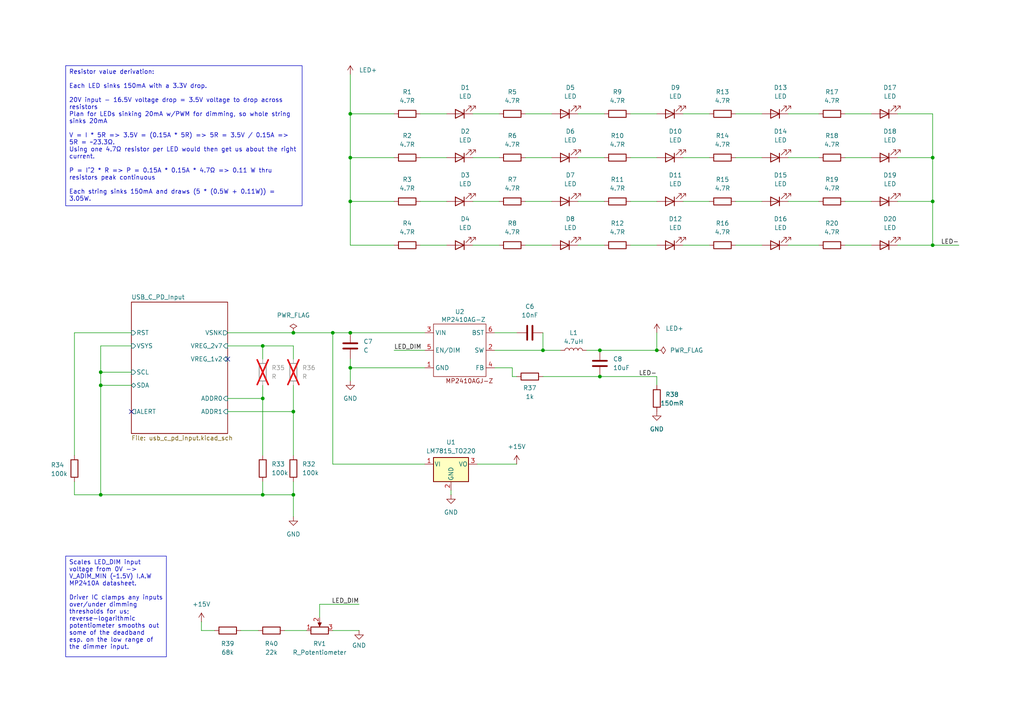
<source format=kicad_sch>
(kicad_sch (version 20231120) (generator "eeschema") (generator_version "8.0")
  (paper "A4")
  (lib_symbols
    (symbol "ASethi_Parts:MP2410AGJ"
      (property "Reference" "U" (at 0 -3.556 0))
      (symbol "MP2410AGJ_0_1"
        (rectangle (start -7.62 -6.35) (end 7.62 -21.59))
      )
      (symbol "MP2410AGJ_1_1"
        (text "MP2410AGJ-Z" (at 2.794 -22.86 0) (effects (font (size 1.27 1.27))))
        (pin power_in line (at -10.16 -19.05 0) (length 2.54) (name "GND") (number "1"))
        (pin output line (at 10.16 -13.97 180) (length 2.54) (name "SW") (number "2"))
        (pin power_in line (at -10.16 -8.89 0) (length 2.54) (name "VIN") (number "3"))
        (pin input line (at 10.16 -19.05 180) (length 2.54) (name "FB") (number "4"))
        (pin input line (at -10.16 -13.97 0) (length 2.54) (name "EN/DIM") (number "5"))
        (pin power_out line (at 10.16 -8.89 180) (length 2.54) (name "BST") (number "6"))
      )
    )
    (symbol "Device:C" (pin_numbers hide) (pin_names (offset 0.254))
      (property "Reference" "C" (at 0.635 2.54 0))
      (property "Value" "C" (at 0.635 -2.54 0))
      (symbol "C_0_1"
        (polyline (pts (xy -2.032 -0.762) (xy 2.032 -0.762)) (stroke (width 0.508)))
        (polyline (pts (xy -2.032 0.762) (xy 2.032 0.762)) (stroke (width 0.508)))
      )
      (symbol "C_1_1"
        (pin passive line (at 0 3.81 270) (length 2.794) (name "~") (number "1"))
        (pin passive line (at 0 -3.81 90) (length 2.794) (name "~") (number "2"))
      )
    )
    (symbol "Device:L" (pin_numbers hide) (pin_names (offset 1.016) hide)
      (property "Reference" "L" (at -1.27 0 90))
      (property "Value" "L" (at 1.905 0 90))
      (symbol "L_0_1"
        (arc (start 0 -2.54) (mid 0.6323 -1.905) (end 0 -1.27))
        (arc (start 0 -1.27) (mid 0.6323 -0.635) (end 0 0))
        (arc (start 0 0) (mid 0.6323 0.635) (end 0 1.27))
        (arc (start 0 1.27) (mid 0.6323 1.905) (end 0 2.54))
      )
      (symbol "L_1_1"
        (pin passive line (at 0 3.81 270) (length 1.27) (name "1") (number "1"))
        (pin passive line (at 0 -3.81 90) (length 1.27) (name "2") (number "2"))
      )
    )
    (symbol "Device:LED" (pin_numbers hide) (pin_names (offset 1.016) hide)
      (property "Reference" "D" (at 0 2.54 0))
      (property "Value" "LED" (at 0 -2.54 0))
      (symbol "LED_0_1"
        (polyline (pts (xy -1.27 -1.27) (xy -1.27 1.27)) (stroke (width 0.254)))
        (polyline (pts (xy -1.27 0) (xy 1.27 0)))
        (polyline (pts (xy 1.27 -1.27) (xy 1.27 1.27) (xy -1.27 0) (xy 1.27 -1.27)) (stroke (width 0.254)))
        (polyline (pts (xy -3.048 -0.762) (xy -4.572 -2.286) (xy -3.81 -2.286) (xy -4.572 -2.286) (xy -4.572 -1.524)))
        (polyline (pts (xy -1.778 -0.762) (xy -3.302 -2.286) (xy -2.54 -2.286) (xy -3.302 -2.286) (xy -3.302 -1.524)))
      )
      (symbol "LED_1_1"
        (pin passive line (at -3.81 0 0) (length 2.54) (name "K") (number "1"))
        (pin passive line (at 3.81 0 180) (length 2.54) (name "A") (number "2"))
      )
    )
    (symbol "Device:R" (pin_numbers hide) (pin_names (offset 0))
      (property "Reference" "R" (at 2.032 0 90))
      (property "Value" "R" (at 0 0 90))
      (symbol "R_0_1"
        (rectangle (start -1.016 -2.54) (end 1.016 2.54) (stroke (width 0.254)))
      )
      (symbol "R_1_1"
        (pin passive line (at 0 3.81 270) (length 1.27) (name "~") (number "1"))
        (pin passive line (at 0 -3.81 90) (length 1.27) (name "~") (number "2"))
      )
    )
    (symbol "Device:R_Potentiometer" (pin_names (offset 1.016) hide)
      (property "Reference" "RV" (at -4.445 0 90))
      (property "Value" "R_Potentiometer" (at -2.54 0 90))
      (symbol "R_Potentiometer_0_1"
        (polyline (pts (xy 2.54 0) (xy 1.524 0)))
        (polyline (pts (xy 1.143 0) (xy 2.286 0.508) (xy 2.286 -0.508) (xy 1.143 0)) (fill (type outline)))
        (rectangle (start 1.016 2.54) (end -1.016 -2.54) (stroke (width 0.254)))
      )
      (symbol "R_Potentiometer_1_1"
        (pin passive line (at 0 3.81 270) (length 1.27) (name "1") (number "1"))
        (pin passive line (at 3.81 0 180) (length 1.27) (name "2") (number "2"))
        (pin passive line (at 0 -3.81 90) (length 1.27) (name "3") (number "3"))
      )
    )
    (symbol "Regulator_Linear:LM7815_TO220" (pin_names (offset 0.254))
      (property "Reference" "U" (at -3.81 3.175 0))
      (property "Value" "LM7815_TO220" (at 0 3.175 0))
      (symbol "LM7815_TO220_0_1"
        (rectangle (start -5.08 1.905) (end 5.08 -5.08) (stroke (width 0.254)) (fill (type background)))
      )
      (symbol "LM7815_TO220_1_1"
        (pin power_in line (at -7.62 0 0) (length 2.54) (name "VI") (number "1"))
        (pin power_in line (at 0 -7.62 90) (length 2.54) (name "GND") (number "2"))
        (pin power_out line (at 7.62 0 180) (length 2.54) (name "VO") (number "3"))
      )
    )
    (symbol "power:+15V" (power) (pin_numbers hide) (pin_names (offset 0) hide)
      (property "Value" "+15V" (at 0 3.556 0))
      (symbol "+15V_0_1"
        (polyline (pts (xy -0.762 1.27) (xy 0 2.54)))
        (polyline (pts (xy 0 0) (xy 0 2.54)))
        (polyline (pts (xy 0 2.54) (xy 0.762 1.27)))
      )
      (symbol "+15V_1_1"
        (pin power_in line (at 0 0 90) (length 0) (name "~") (number "1"))
      )
    )
    (symbol "power:+VSW" (power) (pin_numbers hide) (pin_names (offset 0) hide)
      (property "Value" "+VSW" (at 0 3.556 0))
      (symbol "+VSW_0_1"
        (polyline (pts (xy -0.762 1.27) (xy 0 2.54)))
        (polyline (pts (xy 0 0) (xy 0 2.54)))
        (polyline (pts (xy 0 2.54) (xy 0.762 1.27)))
      )
      (symbol "+VSW_1_1"
        (pin power_in line (at 0 0 90) (length 0) (name "~") (number "1"))
      )
    )
    (symbol "power:GND" (power) (pin_numbers hide) (pin_names (offset 0) hide)
      (property "Value" "GND" (at 0 -3.81 0))
      (symbol "GND_0_1"
        (polyline (pts (xy 0 0) (xy 0 -1.27) (xy 1.27 -1.27) (xy 0 -2.54) (xy -1.27 -1.27) (xy 0 -1.27)))
      )
      (symbol "GND_1_1"
        (pin power_in line (at 0 0 270) (length 0) (name "~") (number "1"))
      )
    )
    (symbol "power:PWR_FLAG" (power) (pin_numbers hide) (pin_names (offset 0) hide)
      (property "Value" "PWR_FLAG" (at 0 3.81 0))
      (symbol "PWR_FLAG_0_0"
        (pin power_out line (at 0 0 90) (length 0) (name "~") (number "1"))
      )
      (symbol "PWR_FLAG_0_1"
        (polyline (pts (xy 0 0) (xy 0 1.27) (xy -1.016 1.905) (xy 0 2.54) (xy 1.016 1.905) (xy 0 1.27)))
      )
    )
  )
  (junction (at 76.2 100.33))
  (junction (at 101.6 58.42))
  (junction (at 29.21 143.51))
  (junction (at 173.99 101.6))
  (junction (at 85.09 119.38))
  (junction (at 96.52 96.52))
  (junction (at 270.51 71.12))
  (junction (at 101.6 106.68))
  (junction (at 101.6 45.72))
  (junction (at 270.51 58.42))
  (junction (at 85.09 96.52))
  (junction (at 270.51 45.72))
  (junction (at 101.6 96.52))
  (junction (at 190.5 101.6))
  (junction (at 76.2 115.57))
  (junction (at 101.6 33.02))
  (junction (at 76.2 143.51))
  (junction (at 173.99 109.22))
  (junction (at 29.21 107.95))
  (junction (at 157.48 101.6))
  (junction (at 85.09 143.51))
  (junction (at 29.21 111.76))
  (no_connect (at 66.04 104.14))
  (no_connect (at 38.1 119.38))
  (wire (pts (xy 198.12 45.72) (xy 205.74 45.72)))
  (wire (pts (xy 101.6 104.14) (xy 101.6 106.68)))
  (wire (pts (xy 198.12 33.02) (xy 205.74 33.02)))
  (wire (pts (xy 173.99 101.6) (xy 190.5 101.6)))
  (wire (pts (xy 167.64 45.72) (xy 175.26 45.72)))
  (wire (pts (xy 101.6 58.42) (xy 101.6 71.12)))
  (wire (pts (xy 69.85 182.88) (xy 74.93 182.88)))
  (wire (pts (xy 213.36 71.12) (xy 220.98 71.12)))
  (wire (pts (xy 260.35 33.02) (xy 270.51 33.02)))
  (wire (pts (xy 101.6 33.02) (xy 101.6 45.72)))
  (wire (pts (xy 137.16 33.02) (xy 144.78 33.02)))
  (wire (pts (xy 182.88 45.72) (xy 190.5 45.72)))
  (wire (pts (xy 245.11 71.12) (xy 252.73 71.12)))
  (wire (pts (xy 213.36 45.72) (xy 220.98 45.72)))
  (wire (pts (xy 228.6 33.02) (xy 237.49 33.02)))
  (wire (pts (xy 130.81 142.24) (xy 130.81 143.51)))
  (wire (pts (xy 38.1 96.52) (xy 21.59 96.52)))
  (wire (pts (xy 143.51 96.52) (xy 149.86 96.52)))
  (wire (pts (xy 152.4 58.42) (xy 160.02 58.42)))
  (wire (pts (xy 85.09 119.38) (xy 85.09 132.08)))
  (wire (pts (xy 143.51 101.6) (xy 157.48 101.6)))
  (wire (pts (xy 76.2 143.51) (xy 76.2 139.7)))
  (wire (pts (xy 101.6 106.68) (xy 123.19 106.68)))
  (wire (pts (xy 58.42 180.34) (xy 58.42 182.88)))
  (wire (pts (xy 167.64 71.12) (xy 175.26 71.12)))
  (wire (pts (xy 173.99 109.22) (xy 190.5 109.22)))
  (wire (pts (xy 76.2 100.33) (xy 85.09 100.33)))
  (wire (pts (xy 96.52 96.52) (xy 101.6 96.52)))
  (wire (pts (xy 270.51 58.42) (xy 270.51 71.12)))
  (wire (pts (xy 245.11 45.72) (xy 252.73 45.72)))
  (wire (pts (xy 76.2 115.57) (xy 76.2 132.08)))
  (wire (pts (xy 76.2 143.51) (xy 85.09 143.51)))
  (wire (pts (xy 170.18 101.6) (xy 173.99 101.6)))
  (wire (pts (xy 96.52 134.62) (xy 123.19 134.62)))
  (wire (pts (xy 85.09 143.51) (xy 85.09 149.86)))
  (wire (pts (xy 182.88 58.42) (xy 190.5 58.42)))
  (wire (pts (xy 92.71 175.26) (xy 92.71 179.07)))
  (wire (pts (xy 148.59 109.22) (xy 149.86 109.22)))
  (wire (pts (xy 167.64 33.02) (xy 175.26 33.02)))
  (wire (pts (xy 270.51 71.12) (xy 278.13 71.12)))
  (wire (pts (xy 82.55 182.88) (xy 88.9 182.88)))
  (wire (pts (xy 190.5 109.22) (xy 190.5 111.76)))
  (wire (pts (xy 101.6 33.02) (xy 114.3 33.02)))
  (wire (pts (xy 270.51 71.12) (xy 260.35 71.12)))
  (wire (pts (xy 76.2 111.76) (xy 76.2 115.57)))
  (wire (pts (xy 270.51 33.02) (xy 270.51 45.72)))
  (wire (pts (xy 198.12 71.12) (xy 205.74 71.12)))
  (wire (pts (xy 114.3 101.6) (xy 123.19 101.6)))
  (wire (pts (xy 58.42 182.88) (xy 62.23 182.88)))
  (wire (pts (xy 260.35 58.42) (xy 270.51 58.42)))
  (wire (pts (xy 228.6 58.42) (xy 237.49 58.42)))
  (wire (pts (xy 21.59 143.51) (xy 29.21 143.51)))
  (wire (pts (xy 148.59 106.68) (xy 143.51 106.68)))
  (wire (pts (xy 228.6 71.12) (xy 237.49 71.12)))
  (wire (pts (xy 137.16 58.42) (xy 144.78 58.42)))
  (wire (pts (xy 85.09 139.7) (xy 85.09 143.51)))
  (wire (pts (xy 157.48 101.6) (xy 162.56 101.6)))
  (wire (pts (xy 152.4 45.72) (xy 160.02 45.72)))
  (wire (pts (xy 270.51 45.72) (xy 260.35 45.72)))
  (wire (pts (xy 121.92 33.02) (xy 129.54 33.02)))
  (wire (pts (xy 182.88 33.02) (xy 190.5 33.02)))
  (wire (pts (xy 101.6 21.59) (xy 101.6 33.02)))
  (wire (pts (xy 21.59 96.52) (xy 21.59 132.08)))
  (wire (pts (xy 29.21 111.76) (xy 29.21 143.51)))
  (wire (pts (xy 96.52 182.88) (xy 104.14 182.88)))
  (wire (pts (xy 29.21 100.33) (xy 38.1 100.33)))
  (wire (pts (xy 66.04 100.33) (xy 76.2 100.33)))
  (wire (pts (xy 66.04 119.38) (xy 85.09 119.38)))
  (wire (pts (xy 29.21 111.76) (xy 38.1 111.76)))
  (wire (pts (xy 29.21 143.51) (xy 76.2 143.51)))
  (wire (pts (xy 182.88 71.12) (xy 190.5 71.12)))
  (wire (pts (xy 245.11 58.42) (xy 252.73 58.42)))
  (wire (pts (xy 101.6 96.52) (xy 123.19 96.52)))
  (wire (pts (xy 101.6 106.68) (xy 101.6 110.49)))
  (wire (pts (xy 157.48 96.52) (xy 157.48 101.6)))
  (wire (pts (xy 96.52 96.52) (xy 96.52 134.62)))
  (wire (pts (xy 92.71 175.26) (xy 104.14 175.26)))
  (wire (pts (xy 228.6 45.72) (xy 237.49 45.72)))
  (wire (pts (xy 29.21 107.95) (xy 29.21 111.76)))
  (wire (pts (xy 152.4 33.02) (xy 160.02 33.02)))
  (wire (pts (xy 213.36 33.02) (xy 220.98 33.02)))
  (wire (pts (xy 101.6 45.72) (xy 101.6 58.42)))
  (wire (pts (xy 85.09 96.52) (xy 96.52 96.52)))
  (wire (pts (xy 85.09 100.33) (xy 85.09 104.14)))
  (wire (pts (xy 148.59 109.22) (xy 148.59 106.68)))
  (wire (pts (xy 121.92 58.42) (xy 129.54 58.42)))
  (wire (pts (xy 121.92 45.72) (xy 129.54 45.72)))
  (wire (pts (xy 101.6 58.42) (xy 114.3 58.42)))
  (wire (pts (xy 245.11 33.02) (xy 252.73 33.02)))
  (wire (pts (xy 101.6 71.12) (xy 114.3 71.12)))
  (wire (pts (xy 198.12 58.42) (xy 205.74 58.42)))
  (wire (pts (xy 167.64 58.42) (xy 175.26 58.42)))
  (wire (pts (xy 137.16 45.72) (xy 144.78 45.72)))
  (wire (pts (xy 270.51 58.42) (xy 270.51 45.72)))
  (wire (pts (xy 190.5 96.52) (xy 190.5 101.6)))
  (wire (pts (xy 101.6 45.72) (xy 114.3 45.72)))
  (wire (pts (xy 85.09 111.76) (xy 85.09 119.38)))
  (wire (pts (xy 38.1 107.95) (xy 29.21 107.95)))
  (wire (pts (xy 137.16 71.12) (xy 144.78 71.12)))
  (wire (pts (xy 152.4 71.12) (xy 160.02 71.12)))
  (wire (pts (xy 66.04 96.52) (xy 85.09 96.52)))
  (wire (pts (xy 213.36 58.42) (xy 220.98 58.42)))
  (wire (pts (xy 157.48 109.22) (xy 173.99 109.22)))
  (wire (pts (xy 76.2 100.33) (xy 76.2 104.14)))
  (wire (pts (xy 138.43 134.62) (xy 149.86 134.62)))
  (wire (pts (xy 121.92 71.12) (xy 129.54 71.12)))
  (wire (pts (xy 21.59 139.7) (xy 21.59 143.51)))
  (wire (pts (xy 76.2 115.57) (xy 66.04 115.57)))
  (wire (pts (xy 29.21 100.33) (xy 29.21 107.95)))
  (text_box "Resistor value derivation:\n\nEach LED sinks 150mA with a 3.3V drop.\n\n20V input - 16.5V voltage drop = 3.5V voltage to drop across resistors\nPlan for LEDs sinking 20mA w/PWM for dimming, so whole string sinks 20mA\n\nV = I * 5R => 3.5V = (0.15A * 5R) => 5R = 3.5V / 0.15A => 5R = ~23.3Ω.\nUsing one 4.7Ω resistor per LED would then get us about the right current.\n\nP = I^2 * R => P = 0.15A * 0.15A * 4.7Ω => 0.11 W thru resistors peak continuous\n\nEach string sinks 150mA and draws (5 * (0.5W + 0.11W)) = 3.05W." (exclude_from_sim yes) (at 19.05 19.05 0) (size 68.58 40.64) (effects (font (size 1.27 1.27)) (justify left top)))
  (text_box "Scales LED_DIM input voltage from 0V -> V_ADIM_MIN (~1.5V) I.A.W MP2410A datasheet.\n\nDriver IC clamps any inputs over/under dimming thresholds for us;\nreverse-logarithmic potentiometer smooths out some of the deadband\nesp. on the low range of the dimmer input." (at 19.05 161.29 0) (size 29.21 29.21) (effects (font (size 1.27 1.27)) (justify left top)))
  (label "LED-" (at 190.5 109.22 180))
  (label "LED_DIM" (at 114.3 101.6 0))
  (label "LED-" (at 278.13 71.12 180))
  (label "LED_DIM" (at 104.14 175.26 180))
  (symbol (lib_id "Device:LED") (at 133.35 33.02 180) (unit 1)
    (property "Reference" "D1" (at 134.9375 25.4 0))
    (property "Value" "LED" (at 134.9375 27.94 0))
    (property "Footprint" "LED_SMD:LED_PLCC_2835_Handsoldering" (effects (hide yes)))
    (property "Description" "Light emitting diode" (effects (hide yes)))
  )
  (symbol (lib_id "power:PWR_FLAG") (at 190.5 101.6 270) (unit 1)
    (property "Reference" "#FLG03" (effects (hide yes)))
    (property "Value" "PWR_FLAG" (at 194.31 101.5999 90) (effects (justify left)))
    (property "Description" "Special symbol for telling ERC where power comes from" (effects (hide yes)))
  )
  (symbol (lib_id "Device:R") (at 148.59 45.72 90) (unit 1)
    (property "Reference" "R6" (at 148.59 39.37 90))
    (property "Value" "4.7R" (at 148.59 41.91 90))
    (property "Footprint" "Resistor_SMD:R_0805_2012Metric_Pad1.20x1.40mm_HandSolder" (effects (hide yes)))
    (property "Description" "Resistor" (effects (hide yes)))
  )
  (symbol (lib_id "power:+15V") (at 58.42 180.34 0) (unit 1)
    (property "Reference" "#PWR017" (effects (hide yes)))
    (property "Value" "+15V" (at 58.42 175.26 0))
    (property "Description" "Power symbol creates a global label with name \"+15V\"" (effects (hide yes)))
  )
  (symbol (lib_id "Device:R") (at 148.59 71.12 90) (unit 1)
    (property "Reference" "R8" (at 148.59 64.77 90))
    (property "Value" "4.7R" (at 148.59 67.31 90))
    (property "Footprint" "Resistor_SMD:R_0805_2012Metric_Pad1.20x1.40mm_HandSolder" (effects (hide yes)))
    (property "Description" "Resistor" (effects (hide yes)))
  )
  (symbol (lib_id "power:GND") (at 104.14 182.88 0) (unit 1)
    (property "Reference" "#PWR018" (effects (hide yes)))
    (property "Value" "GND" (at 104.14 187.198 0))
    (property "Description" "Power symbol creates a global label with name \"GND\" , ground" (effects (hide yes)))
  )
  (symbol (lib_id "Device:LED") (at 163.83 58.42 180) (unit 1)
    (property "Reference" "D7" (at 165.4175 50.8 0))
    (property "Value" "LED" (at 165.4175 53.34 0))
    (property "Footprint" "LED_SMD:LED_PLCC_2835_Handsoldering" (effects (hide yes)))
    (property "Description" "Light emitting diode" (effects (hide yes)))
  )
  (symbol (lib_id "Device:R") (at 118.11 71.12 90) (unit 1)
    (property "Reference" "R4" (at 118.11 64.77 90))
    (property "Value" "4.7R" (at 118.11 67.31 90))
    (property "Footprint" "Resistor_SMD:R_0805_2012Metric_Pad1.20x1.40mm_HandSolder" (effects (hide yes)))
    (property "Description" "Resistor" (effects (hide yes)))
  )
  (symbol (lib_id "Device:R") (at 118.11 45.72 90) (unit 1)
    (property "Reference" "R2" (at 118.11 39.37 90))
    (property "Value" "4.7R" (at 118.11 41.91 90))
    (property "Footprint" "Resistor_SMD:R_0805_2012Metric_Pad1.20x1.40mm_HandSolder" (effects (hide yes)))
    (property "Description" "Resistor" (effects (hide yes)))
  )
  (symbol (lib_id "Device:LED") (at 224.79 33.02 180) (unit 1)
    (property "Reference" "D13" (at 226.3775 25.4 0))
    (property "Value" "LED" (at 226.3775 27.94 0))
    (property "Footprint" "LED_SMD:LED_PLCC_2835_Handsoldering" (effects (hide yes)))
    (property "Description" "Light emitting diode" (effects (hide yes)))
  )
  (symbol (lib_id "Device:R") (at 179.07 45.72 90) (unit 1)
    (property "Reference" "R10" (at 179.07 39.37 90))
    (property "Value" "4.7R" (at 179.07 41.91 90))
    (property "Footprint" "Resistor_SMD:R_0805_2012Metric_Pad1.20x1.40mm_HandSolder" (effects (hide yes)))
    (property "Description" "Resistor" (effects (hide yes)))
  )
  (symbol (lib_id "Device:LED") (at 133.35 71.12 180) (unit 1)
    (property "Reference" "D4" (at 134.9375 63.5 0))
    (property "Value" "LED" (at 134.9375 66.04 0))
    (property "Footprint" "LED_SMD:LED_PLCC_2835_Handsoldering" (effects (hide yes)))
    (property "Description" "Light emitting diode" (effects (hide yes)))
  )
  (symbol (lib_id "Device:LED") (at 256.54 45.72 180) (unit 1)
    (property "Reference" "D18" (at 258.1275 38.1 0))
    (property "Value" "LED" (at 258.1275 40.64 0))
    (property "Footprint" "LED_SMD:LED_PLCC_2835_Handsoldering" (effects (hide yes)))
    (property "Description" "Light emitting diode" (effects (hide yes)))
  )
  (symbol (lib_id "Device:LED") (at 163.83 71.12 180) (unit 1)
    (property "Reference" "D8" (at 165.4175 63.5 0))
    (property "Value" "LED" (at 165.4175 66.04 0))
    (property "Footprint" "LED_SMD:LED_PLCC_2835_Handsoldering" (effects (hide yes)))
    (property "Description" "Light emitting diode" (effects (hide yes)))
  )
  (symbol (lib_id "Device:LED") (at 224.79 71.12 180) (unit 1)
    (property "Reference" "D16" (at 226.3775 63.5 0))
    (property "Value" "LED" (at 226.3775 66.04 0))
    (property "Footprint" "LED_SMD:LED_PLCC_2835_Handsoldering" (effects (hide yes)))
    (property "Description" "Light emitting diode" (effects (hide yes)))
  )
  (symbol (lib_id "Device:R") (at 241.3 33.02 90) (unit 1)
    (property "Reference" "R17" (at 241.3 26.67 90))
    (property "Value" "4.7R" (at 241.3 29.21 90))
    (property "Footprint" "Resistor_SMD:R_0805_2012Metric_Pad1.20x1.40mm_HandSolder" (effects (hide yes)))
    (property "Description" "Resistor" (effects (hide yes)))
  )
  (symbol (lib_id "Device:R") (at 78.74 182.88 90) (unit 1)
    (property "Reference" "R40" (at 78.74 186.69 90))
    (property "Value" "22k" (at 78.74 189.23 90))
    (property "Footprint" "Resistor_SMD:R_0805_2012Metric_Pad1.20x1.40mm_HandSolder" (effects (hide yes)))
    (property "Description" "Resistor" (effects (hide yes)))
  )
  (symbol (lib_id "Device:R") (at 241.3 71.12 90) (unit 1)
    (property "Reference" "R20" (at 241.3 64.77 90))
    (property "Value" "4.7R" (at 241.3 67.31 90))
    (property "Footprint" "Resistor_SMD:R_0805_2012Metric_Pad1.20x1.40mm_HandSolder" (effects (hide yes)))
    (property "Description" "Resistor" (effects (hide yes)))
  )
  (symbol (lib_id "power:+VSW") (at 190.5 96.52 0) (unit 1)
    (property "Reference" "#PWR013" (effects (hide yes)))
    (property "Value" "LED+" (at 193.04 95.2499 0) (effects (justify left)))
    (property "Description" "Power symbol creates a global label with name \"+VSW\"" (effects (hide yes)))
  )
  (symbol (lib_id "Device:R") (at 209.55 45.72 90) (unit 1)
    (property "Reference" "R14" (at 209.55 39.37 90))
    (property "Value" "4.7R" (at 209.55 41.91 90))
    (property "Footprint" "Resistor_SMD:R_0805_2012Metric_Pad1.20x1.40mm_HandSolder" (effects (hide yes)))
    (property "Description" "Resistor" (effects (hide yes)))
  )
  (symbol (lib_id "Device:R") (at 76.2 135.89 0) (unit 1)
    (property "Reference" "R33" (at 78.74 134.6199 0) (effects (justify left)))
    (property "Value" "100k" (at 78.74 137.1599 0) (effects (justify left)))
    (property "Footprint" "Resistor_SMD:R_0805_2012Metric_Pad1.20x1.40mm_HandSolder" (effects (hide yes)))
    (property "Description" "Resistor" (effects (hide yes)))
  )
  (symbol (lib_id "Device:C") (at 153.67 96.52 90) (unit 1)
    (property "Reference" "C6" (at 153.67 88.9 90))
    (property "Value" "10nF" (at 153.67 91.44 90))
    (property "Footprint" "Capacitor_SMD:C_0805_2012Metric_Pad1.18x1.45mm_HandSolder" (effects (hide yes)))
    (property "Description" "Unpolarized capacitor" (effects (hide yes)))
  )
  (symbol (lib_id "Device:R") (at 241.3 58.42 90) (unit 1)
    (property "Reference" "R19" (at 241.3 52.07 90))
    (property "Value" "4.7R" (at 241.3 54.61 90))
    (property "Footprint" "Resistor_SMD:R_0805_2012Metric_Pad1.20x1.40mm_HandSolder" (effects (hide yes)))
    (property "Description" "Resistor" (effects (hide yes)))
  )
  (symbol (lib_id "Device:C") (at 101.6 100.33 180) (unit 1)
    (property "Reference" "C7" (at 105.41 99.0599 0) (effects (justify right)))
    (property "Value" "C" (at 105.41 101.5999 0) (effects (justify right)))
    (property "Footprint" "Capacitor_SMD:C_0805_2012Metric_Pad1.18x1.45mm_HandSolder" (effects (hide yes)))
    (property "Description" "Unpolarized capacitor" (effects (hide yes)))
  )
  (symbol (lib_id "Device:R") (at 85.09 135.89 0) (unit 1)
    (property "Reference" "R32" (at 87.63 134.6199 0) (effects (justify left)))
    (property "Value" "100k" (at 87.63 137.1599 0) (effects (justify left)))
    (property "Footprint" "Resistor_SMD:R_0805_2012Metric_Pad1.20x1.40mm_HandSolder" (effects (hide yes)))
    (property "Description" "Resistor" (effects (hide yes)))
  )
  (symbol (lib_id "Device:R_Potentiometer") (at 92.71 182.88 90) (unit 1)
    (property "Reference" "RV1" (at 92.71 186.69 90))
    (property "Value" "R_Potentiometer" (at 92.71 189.23 90))
    (property "Footprint" "ASethi_Footprints:PDB181_K420F_103C" (effects (hide yes)))
    (property "Description" "Potentiometer" (effects (hide yes)))
    (property "Mfr. Name" "Bourns" (effects (hide yes)))
    (property "Mfr. Part Number" "PDB181-K420F-103C" (effects (hide yes)))
  )
  (symbol (lib_id "Device:LED") (at 224.79 58.42 180) (unit 1)
    (property "Reference" "D15" (at 226.3775 50.8 0))
    (property "Value" "LED" (at 226.3775 53.34 0))
    (property "Footprint" "LED_SMD:LED_PLCC_2835_Handsoldering" (effects (hide yes)))
    (property "Description" "Light emitting diode" (effects (hide yes)))
  )
  (symbol (lib_id "Device:R") (at 66.04 182.88 90) (unit 1)
    (property "Reference" "R39" (at 66.04 186.69 90))
    (property "Value" "68k" (at 66.04 189.23 90))
    (property "Footprint" "Resistor_SMD:R_0805_2012Metric_Pad1.20x1.40mm_HandSolder" (effects (hide yes)))
    (property "Description" "Resistor" (effects (hide yes)))
  )
  (symbol (lib_id "Device:R") (at 209.55 33.02 90) (unit 1)
    (property "Reference" "R13" (at 209.55 26.67 90))
    (property "Value" "4.7R" (at 209.55 29.21 90))
    (property "Footprint" "Resistor_SMD:R_0805_2012Metric_Pad1.20x1.40mm_HandSolder" (effects (hide yes)))
    (property "Description" "Resistor" (effects (hide yes)))
  )
  (symbol (lib_id "Device:R") (at 118.11 33.02 90) (unit 1)
    (property "Reference" "R1" (at 118.11 26.67 90))
    (property "Value" "4.7R" (at 118.11 29.21 90))
    (property "Footprint" "Resistor_SMD:R_0805_2012Metric_Pad1.20x1.40mm_HandSolder" (effects (hide yes)))
    (property "Description" "Resistor" (effects (hide yes)))
  )
  (symbol (lib_id "power:GND") (at 130.81 143.51 0) (unit 1)
    (property "Reference" "#PWR015" (effects (hide yes)))
    (property "Value" "GND" (at 130.81 148.59 0))
    (property "Description" "Power symbol creates a global label with name \"GND\" , ground" (effects (hide yes)))
  )
  (symbol (lib_id "Device:LED") (at 194.31 58.42 180) (unit 1)
    (property "Reference" "D11" (at 195.8975 50.8 0))
    (property "Value" "LED" (at 195.8975 53.34 0))
    (property "Footprint" "LED_SMD:LED_PLCC_2835_Handsoldering" (effects (hide yes)))
    (property "Description" "Light emitting diode" (effects (hide yes)))
  )
  (symbol (lib_id "Device:LED") (at 256.54 33.02 180) (unit 1)
    (property "Reference" "D17" (at 258.1275 25.4 0))
    (property "Value" "LED" (at 258.1275 27.94 0))
    (property "Footprint" "LED_SMD:LED_PLCC_2835_Handsoldering" (effects (hide yes)))
    (property "Description" "Light emitting diode" (effects (hide yes)))
  )
  (symbol (lib_id "power:+VSW") (at 101.6 21.59 0) (unit 1)
    (property "Reference" "#PWR014" (effects (hide yes)))
    (property "Value" "LED+" (at 104.14 20.3199 0) (effects (justify left)))
    (property "Description" "Power symbol creates a global label with name \"+VSW\"" (effects (hide yes)))
  )
  (symbol (lib_id "Device:R") (at 21.59 135.89 0) (unit 1)
    (property "Reference" "R34" (at 14.732 134.874 0) (effects (justify left)))
    (property "Value" "100k" (at 14.732 137.414 0) (effects (justify left)))
    (property "Footprint" "Resistor_SMD:R_0805_2012Metric_Pad1.20x1.40mm_HandSolder" (effects (hide yes)))
    (property "Description" "Resistor" (effects (hide yes)))
  )
  (symbol (lib_id "Device:R") (at 179.07 71.12 90) (unit 1)
    (property "Reference" "R12" (at 179.07 64.77 90))
    (property "Value" "4.7R" (at 179.07 67.31 90))
    (property "Footprint" "Resistor_SMD:R_0805_2012Metric_Pad1.20x1.40mm_HandSolder" (effects (hide yes)))
    (property "Description" "Resistor" (effects (hide yes)))
  )
  (symbol (lib_id "Device:R") (at 85.09 107.95 0) (unit 1) (dnp yes)
    (property "Reference" "R36" (at 87.63 106.6799 0) (effects (justify left)))
    (property "Value" "R" (at 87.63 109.2199 0) (effects (justify left)))
    (property "Footprint" "Resistor_SMD:R_0805_2012Metric_Pad1.20x1.40mm_HandSolder" (effects (hide yes)))
    (property "Description" "Resistor" (effects (hide yes)))
  )
  (symbol (lib_id "Device:LED") (at 224.79 45.72 180) (unit 1)
    (property "Reference" "D14" (at 226.3775 38.1 0))
    (property "Value" "LED" (at 226.3775 40.64 0))
    (property "Footprint" "LED_SMD:LED_PLCC_2835_Handsoldering" (effects (hide yes)))
    (property "Description" "Light emitting diode" (effects (hide yes)))
  )
  (symbol (lib_id "Device:LED") (at 133.35 45.72 180) (unit 1)
    (property "Reference" "D2" (at 134.9375 38.1 0))
    (property "Value" "LED" (at 134.9375 40.64 0))
    (property "Footprint" "LED_SMD:LED_PLCC_2835_Handsoldering" (effects (hide yes)))
    (property "Description" "Light emitting diode" (effects (hide yes)))
  )
  (symbol (lib_id "Device:R") (at 179.07 58.42 90) (unit 1)
    (property "Reference" "R11" (at 179.07 52.07 90))
    (property "Value" "4.7R" (at 179.07 54.61 90))
    (property "Footprint" "Resistor_SMD:R_0805_2012Metric_Pad1.20x1.40mm_HandSolder" (effects (hide yes)))
    (property "Description" "Resistor" (effects (hide yes)))
  )
  (symbol (lib_id "power:GND") (at 190.5 119.38 0) (unit 1)
    (property "Reference" "#PWR019" (effects (hide yes)))
    (property "Value" "GND" (at 190.5 124.46 0))
    (property "Description" "Power symbol creates a global label with name \"GND\" , ground" (effects (hide yes)))
  )
  (symbol (lib_id "Device:LED") (at 194.31 33.02 180) (unit 1)
    (property "Reference" "D9" (at 195.8975 25.4 0))
    (property "Value" "LED" (at 195.8975 27.94 0))
    (property "Footprint" "LED_SMD:LED_PLCC_2835_Handsoldering" (effects (hide yes)))
    (property "Description" "Light emitting diode" (effects (hide yes)))
  )
  (symbol (lib_id "Device:LED") (at 194.31 45.72 180) (unit 1)
    (property "Reference" "D10" (at 195.8975 38.1 0))
    (property "Value" "LED" (at 195.8975 40.64 0))
    (property "Footprint" "LED_SMD:LED_PLCC_2835_Handsoldering" (effects (hide yes)))
    (property "Description" "Light emitting diode" (effects (hide yes)))
  )
  (symbol (lib_id "Device:LED") (at 163.83 45.72 180) (unit 1)
    (property "Reference" "D6" (at 165.4175 38.1 0))
    (property "Value" "LED" (at 165.4175 40.64 0))
    (property "Footprint" "LED_SMD:LED_PLCC_2835_Handsoldering" (effects (hide yes)))
    (property "Description" "Light emitting diode" (effects (hide yes)))
  )
  (symbol (lib_id "Device:R") (at 76.2 107.95 0) (unit 1) (dnp yes)
    (property "Reference" "R35" (at 78.74 106.6799 0) (effects (justify left)))
    (property "Value" "R" (at 78.74 109.2199 0) (effects (justify left)))
    (property "Footprint" "Resistor_SMD:R_0805_2012Metric_Pad1.20x1.40mm_HandSolder" (effects (hide yes)))
    (property "Description" "Resistor" (effects (hide yes)))
  )
  (symbol (lib_id "Device:R") (at 209.55 71.12 90) (unit 1)
    (property "Reference" "R16" (at 209.55 64.77 90))
    (property "Value" "4.7R" (at 209.55 67.31 90))
    (property "Footprint" "Resistor_SMD:R_0805_2012Metric_Pad1.20x1.40mm_HandSolder" (effects (hide yes)))
    (property "Description" "Resistor" (effects (hide yes)))
  )
  (symbol (lib_id "power:PWR_FLAG") (at 85.09 96.52 0) (unit 1)
    (property "Reference" "#FLG04" (effects (hide yes)))
    (property "Value" "PWR_FLAG" (at 85.09 91.44 0))
    (property "Description" "Special symbol for telling ERC where power comes from" (effects (hide yes)))
  )
  (symbol (lib_id "power:+15V") (at 149.86 134.62 0) (unit 1)
    (property "Reference" "#PWR016" (effects (hide yes)))
    (property "Value" "+15V" (at 149.86 129.54 0))
    (property "Description" "Power symbol creates a global label with name \"+15V\"" (effects (hide yes)))
  )
  (symbol (lib_id "Regulator_Linear:LM7815_TO220") (at 130.81 134.62 0) (unit 1)
    (property "Reference" "U1" (at 130.81 128.27 0))
    (property "Value" "LM7815_TO220" (at 130.81 130.81 0))
    (property "Footprint" "Package_TO_SOT_THT:TO-220-3_Vertical" (effects (hide yes)))
    (property "Datasheet" "https://www.onsemi.cn/PowerSolutions/document/MC7800-D.PDF" (effects (hide yes)))
    (property "Description" "Positive 1A 35V Linear Regulator, Fixed Output 15V, TO-220" (effects (hide yes)))
  )
  (symbol (lib_id "Device:LED") (at 163.83 33.02 180) (unit 1)
    (property "Reference" "D5" (at 165.4175 25.4 0))
    (property "Value" "LED" (at 165.4175 27.94 0))
    (property "Footprint" "LED_SMD:LED_PLCC_2835_Handsoldering" (effects (hide yes)))
    (property "Description" "Light emitting diode" (effects (hide yes)))
  )
  (symbol (lib_id "Device:R") (at 209.55 58.42 90) (unit 1)
    (property "Reference" "R15" (at 209.55 52.07 90))
    (property "Value" "4.7R" (at 209.55 54.61 90))
    (property "Footprint" "Resistor_SMD:R_0805_2012Metric_Pad1.20x1.40mm_HandSolder" (effects (hide yes)))
    (property "Description" "Resistor" (effects (hide yes)))
  )
  (symbol (lib_id "power:GND") (at 85.09 149.86 0) (unit 1)
    (property "Reference" "#PWR011" (effects (hide yes)))
    (property "Value" "GND" (at 85.09 154.94 0))
    (property "Description" "Power symbol creates a global label with name \"GND\" , ground" (effects (hide yes)))
  )
  (symbol (lib_id "Device:L") (at 166.37 101.6 90) (unit 1)
    (property "Reference" "L1" (at 166.37 96.52 90))
    (property "Value" "4.7uH" (at 166.37 99.06 90))
    (property "Footprint" "Inductor_SMD:L_0805_2012Metric_Pad1.15x1.40mm_HandSolder" (effects (hide yes)))
    (property "Description" "Inductor" (effects (hide yes)))
  )
  (symbol (lib_id "ASethi_Parts:MP2410AGJ") (at 133.35 87.63 0) (unit 1)
    (property "Reference" "U2" (at 133.35 90.424 0))
    (property "Value" "MP2410AG-Z" (at 134.4095 92.71 0))
    (property "Footprint" "Package_TO_SOT_SMD:TSOT-23-6_HandSoldering" (effects (hide yes)))
    (property "Datasheet" "https://www.monolithicpower.com/en/documentview/productdocument/index/version/2/document_type/Datasheet/lang/EN/sku/MP2410A/document_id/2081/" (effects (hide yes)))
    (property "Description" "LED Driver IC 1 Output DC DC Regulator Step-Down (Buck) Analog, PWM Dimming 2A TSOT-23-6" (effects (hide yes)))
  )
  (symbol (lib_id "Device:LED") (at 256.54 58.42 180) (unit 1)
    (property "Reference" "D19" (at 258.1275 50.8 0))
    (property "Value" "LED" (at 258.1275 53.34 0))
    (property "Footprint" "LED_SMD:LED_PLCC_2835_Handsoldering" (effects (hide yes)))
    (property "Description" "Light emitting diode" (effects (hide yes)))
  )
  (symbol (lib_id "power:GND") (at 101.6 110.49 0) (unit 1)
    (property "Reference" "#PWR010" (effects (hide yes)))
    (property "Value" "GND" (at 101.6 115.57 0))
    (property "Description" "Power symbol creates a global label with name \"GND\" , ground" (effects (hide yes)))
  )
  (symbol (lib_id "Device:R") (at 153.67 109.22 270) (unit 1)
    (property "Reference" "R37" (at 153.67 112.522 90))
    (property "Value" "1k" (at 153.67 115.062 90))
    (property "Footprint" "Resistor_SMD:R_0805_2012Metric_Pad1.20x1.40mm_HandSolder" (effects (hide yes)))
    (property "Description" "Resistor" (effects (hide yes)))
  )
  (symbol (lib_id "Device:C") (at 173.99 105.41 180) (unit 1)
    (property "Reference" "C8" (at 177.8 104.1399 0) (effects (justify right)))
    (property "Value" "10uF" (at 177.8 106.6799 0) (effects (justify right)))
    (property "Footprint" "Capacitor_SMD:C_0805_2012Metric_Pad1.18x1.45mm_HandSolder" (effects (hide yes)))
    (property "Description" "Unpolarized capacitor" (effects (hide yes)))
    (property "Mfr. Part Number" "0805W106K500CC" (effects (hide yes)))
    (property "Mfr. Name" "Aillen 0805W106K500CC" (effects (hide yes)))
  )
  (symbol (lib_id "Device:R") (at 148.59 33.02 90) (unit 1)
    (property "Reference" "R5" (at 148.59 26.67 90))
    (property "Value" "4.7R" (at 148.59 29.21 90))
    (property "Footprint" "Resistor_SMD:R_0805_2012Metric_Pad1.20x1.40mm_HandSolder" (effects (hide yes)))
    (property "Description" "Resistor" (effects (hide yes)))
  )
  (symbol (lib_id "Device:LED") (at 194.31 71.12 180) (unit 1)
    (property "Reference" "D12" (at 195.8975 63.5 0))
    (property "Value" "LED" (at 195.8975 66.04 0))
    (property "Footprint" "LED_SMD:LED_PLCC_2835_Handsoldering" (effects (hide yes)))
    (property "Description" "Light emitting diode" (effects (hide yes)))
  )
  (symbol (lib_id "Device:LED") (at 256.54 71.12 180) (unit 1)
    (property "Reference" "D20" (at 258.1275 63.5 0))
    (property "Value" "LED" (at 258.1275 66.04 0))
    (property "Footprint" "LED_SMD:LED_PLCC_2835_Handsoldering" (effects (hide yes)))
    (property "Description" "Light emitting diode" (effects (hide yes)))
  )
  (symbol (lib_id "Device:R") (at 179.07 33.02 90) (unit 1)
    (property "Reference" "R9" (at 179.07 26.67 90))
    (property "Value" "4.7R" (at 179.07 29.21 90))
    (property "Footprint" "Resistor_SMD:R_0805_2012Metric_Pad1.20x1.40mm_HandSolder" (effects (hide yes)))
    (property "Description" "Resistor" (effects (hide yes)))
  )
  (symbol (lib_id "Device:R") (at 241.3 45.72 90) (unit 1)
    (property "Reference" "R18" (at 241.3 39.37 90))
    (property "Value" "4.7R" (at 241.3 41.91 90))
    (property "Footprint" "Resistor_SMD:R_0805_2012Metric_Pad1.20x1.40mm_HandSolder" (effects (hide yes)))
    (property "Description" "Resistor" (effects (hide yes)))
  )
  (symbol (lib_id "Device:R") (at 148.59 58.42 90) (unit 1)
    (property "Reference" "R7" (at 148.59 52.07 90))
    (property "Value" "4.7R" (at 148.59 54.61 90))
    (property "Footprint" "Resistor_SMD:R_0805_2012Metric_Pad1.20x1.40mm_HandSolder" (effects (hide yes)))
    (property "Description" "Resistor" (effects (hide yes)))
  )
  (symbol (lib_id "Device:R") (at 118.11 58.42 90) (unit 1)
    (property "Reference" "R3" (at 118.11 52.07 90))
    (property "Value" "4.7R" (at 118.11 54.61 90))
    (property "Footprint" "Resistor_SMD:R_0805_2012Metric_Pad1.20x1.40mm_HandSolder" (effects (hide yes)))
    (property "Description" "Resistor" (effects (hide yes)))
  )
  (symbol (lib_id "Device:LED") (at 133.35 58.42 180) (unit 1)
    (property "Reference" "D3" (at 134.9375 50.8 0))
    (property "Value" "LED" (at 134.9375 53.34 0))
    (property "Footprint" "LED_SMD:LED_PLCC_2835_Handsoldering" (effects (hide yes)))
    (property "Description" "Light emitting diode" (effects (hide yes)))
  )
  (symbol (lib_id "Device:R") (at 190.5 115.57 0) (unit 1)
    (property "Reference" "R38" (at 194.945 114.427 0))
    (property "Value" "150mR" (at 194.945 116.967 0))
    (property "Footprint" "Resistor_SMD:R_0805_2012Metric_Pad1.20x1.40mm_HandSolder" (effects (hide yes)))
    (property "Description" "Resistor" (effects (hide yes)))
  )
  (sheet (at 38.1 87.63) (size 27.94 38.1) (stroke (width 0.1524))
    (property "Sheetname" "USB_C_PD_Input" (at 38.1 86.9184 0) (effects (justify left bottom)))
    (property "Sheetfile" "usb_c_pd_input.kicad_sch" (at 38.1 126.3146 0) (effects (justify left top)))
    (pin "RST" input (at 38.1 96.52 180))
    (pin "VSYS" input (at 38.1 100.33 180))
    (pin "SCL" input (at 38.1 107.95 180))
    (pin "SDA" bidirectional (at 38.1 111.76 180))
    (pin "ALERT" output (at 38.1 119.38 180))
    (pin "ADDR0" input (at 66.04 115.57 0))
    (pin "ADDR1" input (at 66.04 119.38 0))
    (pin "VSNK" output (at 66.04 96.52 0))
    (pin "VREG_2v7" input (at 66.04 100.33 0))
    (pin "VREG_1v2" input (at 66.04 104.14 0))
  )
)
</source>
